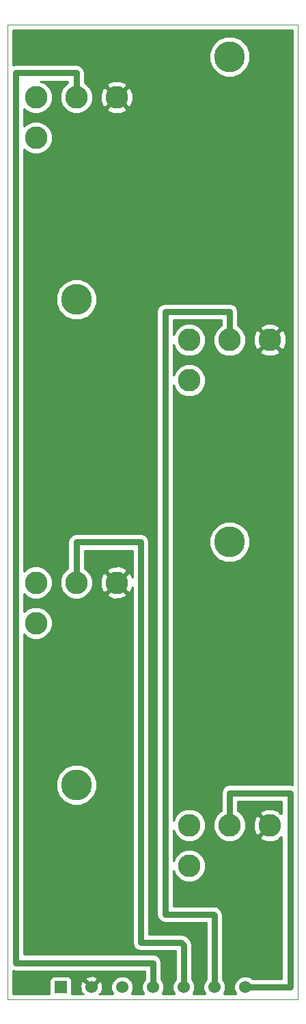
<source format=gbl>
G04 (created by PCBNEW (2013-07-07 BZR 4022)-stable) date 10/26/2015 6:46:51 PM*
%MOIN*%
G04 Gerber Fmt 3.4, Leading zero omitted, Abs format*
%FSLAX34Y34*%
G01*
G70*
G90*
G04 APERTURE LIST*
%ADD10C,0.00590551*%
%ADD11C,0.00393701*%
%ADD12C,0.15*%
%ADD13C,0.110236*%
%ADD14R,0.06X0.06*%
%ADD15C,0.06*%
%ADD16C,0.0314961*%
%ADD17C,0.01*%
G04 APERTURE END LIST*
G54D10*
G54D11*
X74606Y-93110D02*
X74803Y-93110D01*
X74606Y-45669D02*
X74606Y-93110D01*
X74803Y-45669D02*
X74606Y-45669D01*
X74803Y-45669D02*
X88582Y-45669D01*
X88779Y-93110D02*
X88582Y-93110D01*
X88779Y-45669D02*
X88779Y-93110D01*
X88582Y-45669D02*
X88779Y-45669D01*
X74803Y-93110D02*
X88582Y-93110D01*
G54D12*
X85433Y-70866D03*
X77952Y-59055D03*
X77952Y-82677D03*
X85433Y-47244D03*
G54D13*
X77952Y-49212D03*
X79921Y-49212D03*
X75984Y-49212D03*
X75984Y-51181D03*
X77952Y-72834D03*
X79921Y-72834D03*
X75984Y-72834D03*
X75984Y-74803D03*
X85433Y-61023D03*
X87401Y-61023D03*
X83464Y-61023D03*
X83464Y-62992D03*
X85433Y-84645D03*
X87401Y-84645D03*
X83464Y-84645D03*
X83464Y-86614D03*
G54D14*
X77192Y-92519D03*
G54D15*
X78692Y-92519D03*
X80192Y-92519D03*
X81692Y-92519D03*
X83192Y-92519D03*
X84692Y-92519D03*
X86192Y-92519D03*
G54D16*
X77952Y-49212D02*
X77952Y-48031D01*
X81692Y-91338D02*
X81692Y-92519D01*
X75000Y-91338D02*
X81692Y-91338D01*
X75000Y-48031D02*
X75000Y-91338D01*
X77952Y-48031D02*
X75000Y-48031D01*
X85433Y-61023D02*
X85433Y-59645D01*
X84692Y-89023D02*
X84692Y-92519D01*
X84645Y-88976D02*
X84692Y-89023D01*
X82283Y-88976D02*
X84645Y-88976D01*
X82283Y-59645D02*
X82283Y-88976D01*
X85433Y-59645D02*
X82283Y-59645D01*
X77952Y-72834D02*
X77952Y-70866D01*
X83192Y-90476D02*
X83192Y-92519D01*
X83070Y-90354D02*
X83192Y-90476D01*
X81102Y-90354D02*
X83070Y-90354D01*
X81102Y-70866D02*
X81102Y-90354D01*
X77952Y-70866D02*
X81102Y-70866D01*
X85433Y-84645D02*
X85433Y-83070D01*
X88385Y-92519D02*
X86192Y-92519D01*
X88385Y-83070D02*
X88385Y-92519D01*
X85433Y-83070D02*
X88385Y-83070D01*
G54D10*
G36*
X81285Y-92149D02*
X81226Y-92207D01*
X81143Y-92409D01*
X81142Y-92628D01*
X81226Y-92830D01*
X81236Y-92840D01*
X80649Y-92840D01*
X80658Y-92831D01*
X80742Y-92629D01*
X80743Y-92410D01*
X80659Y-92208D01*
X80504Y-92053D01*
X80302Y-91969D01*
X80083Y-91969D01*
X79881Y-92053D01*
X79726Y-92207D01*
X79643Y-92409D01*
X79642Y-92628D01*
X79726Y-92830D01*
X79736Y-92840D01*
X79247Y-92840D01*
X79084Y-92840D01*
X79078Y-92834D01*
X79174Y-92807D01*
X79247Y-92601D01*
X79236Y-92382D01*
X79174Y-92231D01*
X79078Y-92204D01*
X79008Y-92275D01*
X79008Y-92133D01*
X78980Y-92038D01*
X78774Y-91964D01*
X78556Y-91975D01*
X78405Y-92038D01*
X78377Y-92133D01*
X78692Y-92448D01*
X79008Y-92133D01*
X79008Y-92275D01*
X78763Y-92519D01*
X78769Y-92525D01*
X78698Y-92595D01*
X78692Y-92590D01*
X78687Y-92595D01*
X78622Y-92530D01*
X78616Y-92525D01*
X78622Y-92519D01*
X78307Y-92204D01*
X78211Y-92231D01*
X78138Y-92437D01*
X78149Y-92656D01*
X78211Y-92807D01*
X78307Y-92834D01*
X78301Y-92840D01*
X77742Y-92840D01*
X77742Y-92770D01*
X77742Y-92170D01*
X77704Y-92078D01*
X77634Y-92007D01*
X77542Y-91969D01*
X77443Y-91969D01*
X76843Y-91969D01*
X76751Y-92007D01*
X76681Y-92077D01*
X76642Y-92169D01*
X76642Y-92269D01*
X76642Y-92840D01*
X74875Y-92840D01*
X74875Y-91721D01*
X75000Y-91746D01*
X81285Y-91746D01*
X81285Y-92149D01*
X81285Y-92149D01*
G37*
G54D17*
X81285Y-92149D02*
X81226Y-92207D01*
X81143Y-92409D01*
X81142Y-92628D01*
X81226Y-92830D01*
X81236Y-92840D01*
X80649Y-92840D01*
X80658Y-92831D01*
X80742Y-92629D01*
X80743Y-92410D01*
X80659Y-92208D01*
X80504Y-92053D01*
X80302Y-91969D01*
X80083Y-91969D01*
X79881Y-92053D01*
X79726Y-92207D01*
X79643Y-92409D01*
X79642Y-92628D01*
X79726Y-92830D01*
X79736Y-92840D01*
X79247Y-92840D01*
X79084Y-92840D01*
X79078Y-92834D01*
X79174Y-92807D01*
X79247Y-92601D01*
X79236Y-92382D01*
X79174Y-92231D01*
X79078Y-92204D01*
X79008Y-92275D01*
X79008Y-92133D01*
X78980Y-92038D01*
X78774Y-91964D01*
X78556Y-91975D01*
X78405Y-92038D01*
X78377Y-92133D01*
X78692Y-92448D01*
X79008Y-92133D01*
X79008Y-92275D01*
X78763Y-92519D01*
X78769Y-92525D01*
X78698Y-92595D01*
X78692Y-92590D01*
X78687Y-92595D01*
X78622Y-92530D01*
X78616Y-92525D01*
X78622Y-92519D01*
X78307Y-92204D01*
X78211Y-92231D01*
X78138Y-92437D01*
X78149Y-92656D01*
X78211Y-92807D01*
X78307Y-92834D01*
X78301Y-92840D01*
X77742Y-92840D01*
X77742Y-92770D01*
X77742Y-92170D01*
X77704Y-92078D01*
X77634Y-92007D01*
X77542Y-91969D01*
X77443Y-91969D01*
X76843Y-91969D01*
X76751Y-92007D01*
X76681Y-92077D01*
X76642Y-92169D01*
X76642Y-92269D01*
X76642Y-92840D01*
X74875Y-92840D01*
X74875Y-91721D01*
X75000Y-91746D01*
X81285Y-91746D01*
X81285Y-92149D01*
G54D10*
G36*
X88509Y-82688D02*
X88385Y-82663D01*
X88206Y-82663D01*
X88206Y-61165D01*
X88199Y-60846D01*
X88090Y-60584D01*
X87969Y-60526D01*
X87898Y-60597D01*
X87898Y-60456D01*
X87840Y-60334D01*
X87543Y-60219D01*
X87224Y-60226D01*
X86962Y-60334D01*
X86904Y-60456D01*
X87401Y-60952D01*
X87898Y-60456D01*
X87898Y-60597D01*
X87472Y-61023D01*
X87969Y-61520D01*
X88090Y-61462D01*
X88206Y-61165D01*
X88206Y-82663D01*
X87898Y-82663D01*
X87898Y-61591D01*
X87401Y-61094D01*
X87330Y-61165D01*
X87330Y-61023D01*
X86833Y-60526D01*
X86712Y-60584D01*
X86597Y-60881D01*
X86604Y-61200D01*
X86712Y-61462D01*
X86833Y-61520D01*
X87330Y-61023D01*
X87330Y-61165D01*
X86904Y-61591D01*
X86962Y-61712D01*
X87259Y-61828D01*
X87578Y-61821D01*
X87840Y-61712D01*
X87898Y-61591D01*
X87898Y-82663D01*
X86433Y-82663D01*
X86433Y-70668D01*
X86433Y-47046D01*
X86281Y-46678D01*
X86000Y-46396D01*
X85632Y-46244D01*
X85235Y-46243D01*
X84867Y-46395D01*
X84585Y-46676D01*
X84433Y-47044D01*
X84432Y-47442D01*
X84584Y-47809D01*
X84865Y-48091D01*
X85233Y-48243D01*
X85631Y-48244D01*
X85998Y-48092D01*
X86280Y-47811D01*
X86432Y-47443D01*
X86433Y-47046D01*
X86433Y-70668D01*
X86281Y-70300D01*
X86000Y-70018D01*
X85632Y-69866D01*
X85235Y-69865D01*
X84867Y-70017D01*
X84585Y-70298D01*
X84433Y-70666D01*
X84432Y-71064D01*
X84584Y-71431D01*
X84865Y-71713D01*
X85233Y-71865D01*
X85631Y-71866D01*
X85998Y-71714D01*
X86280Y-71433D01*
X86432Y-71065D01*
X86433Y-70668D01*
X86433Y-82663D01*
X85433Y-82663D01*
X85277Y-82694D01*
X85144Y-82782D01*
X85056Y-82914D01*
X85025Y-83070D01*
X85025Y-83947D01*
X84979Y-83966D01*
X84754Y-84191D01*
X84632Y-84485D01*
X84631Y-84804D01*
X84753Y-85098D01*
X84978Y-85324D01*
X85273Y-85446D01*
X85591Y-85446D01*
X85886Y-85325D01*
X86111Y-85100D01*
X86234Y-84805D01*
X86234Y-84487D01*
X86112Y-84192D01*
X85887Y-83966D01*
X85840Y-83947D01*
X85840Y-83478D01*
X87978Y-83478D01*
X87978Y-84068D01*
X87943Y-84033D01*
X87898Y-84078D01*
X87840Y-83956D01*
X87543Y-83841D01*
X87224Y-83848D01*
X86962Y-83956D01*
X86904Y-84078D01*
X87401Y-84574D01*
X87407Y-84569D01*
X87477Y-84640D01*
X87472Y-84645D01*
X87477Y-84651D01*
X87407Y-84721D01*
X87401Y-84716D01*
X87330Y-84787D01*
X87330Y-84645D01*
X86833Y-84148D01*
X86712Y-84206D01*
X86597Y-84503D01*
X86604Y-84822D01*
X86712Y-85084D01*
X86833Y-85142D01*
X87330Y-84645D01*
X87330Y-84787D01*
X86904Y-85213D01*
X86962Y-85334D01*
X87259Y-85450D01*
X87578Y-85443D01*
X87840Y-85334D01*
X87898Y-85213D01*
X87898Y-85213D01*
X87943Y-85257D01*
X87978Y-85222D01*
X87978Y-92112D01*
X87898Y-92112D01*
X86563Y-92112D01*
X86504Y-92053D01*
X86302Y-91969D01*
X86083Y-91969D01*
X85881Y-92053D01*
X85726Y-92207D01*
X85643Y-92409D01*
X85642Y-92628D01*
X85726Y-92830D01*
X85736Y-92840D01*
X85149Y-92840D01*
X85158Y-92831D01*
X85242Y-92629D01*
X85243Y-92410D01*
X85159Y-92208D01*
X85100Y-92149D01*
X85100Y-89023D01*
X85069Y-88867D01*
X85069Y-88867D01*
X84981Y-88735D01*
X84981Y-88735D01*
X84933Y-88688D01*
X84801Y-88599D01*
X84645Y-88568D01*
X84645Y-88568D01*
X82690Y-88568D01*
X82690Y-86839D01*
X82784Y-87067D01*
X83010Y-87292D01*
X83304Y-87415D01*
X83623Y-87415D01*
X83917Y-87293D01*
X84143Y-87068D01*
X84265Y-86774D01*
X84265Y-86455D01*
X84144Y-86160D01*
X83918Y-85935D01*
X83624Y-85813D01*
X83305Y-85812D01*
X83011Y-85934D01*
X82785Y-86159D01*
X82690Y-86388D01*
X82690Y-84871D01*
X82784Y-85098D01*
X83010Y-85324D01*
X83304Y-85446D01*
X83623Y-85446D01*
X83917Y-85325D01*
X84143Y-85100D01*
X84265Y-84805D01*
X84265Y-84487D01*
X84144Y-84192D01*
X83918Y-83966D01*
X83624Y-83844D01*
X83305Y-83844D01*
X83011Y-83966D01*
X82785Y-84191D01*
X82690Y-84419D01*
X82690Y-63217D01*
X82784Y-63445D01*
X83010Y-63670D01*
X83304Y-63793D01*
X83623Y-63793D01*
X83917Y-63671D01*
X84143Y-63446D01*
X84265Y-63152D01*
X84265Y-62833D01*
X84144Y-62538D01*
X83918Y-62313D01*
X83624Y-62191D01*
X83305Y-62190D01*
X83011Y-62312D01*
X82785Y-62537D01*
X82690Y-62766D01*
X82690Y-61249D01*
X82784Y-61476D01*
X83010Y-61702D01*
X83304Y-61824D01*
X83623Y-61824D01*
X83917Y-61703D01*
X84143Y-61478D01*
X84265Y-61183D01*
X84265Y-60864D01*
X84144Y-60570D01*
X83918Y-60344D01*
X83624Y-60222D01*
X83305Y-60222D01*
X83011Y-60344D01*
X82785Y-60569D01*
X82690Y-60797D01*
X82690Y-60053D01*
X85025Y-60053D01*
X85025Y-60325D01*
X84979Y-60344D01*
X84754Y-60569D01*
X84632Y-60863D01*
X84631Y-61182D01*
X84753Y-61476D01*
X84978Y-61702D01*
X85273Y-61824D01*
X85591Y-61824D01*
X85886Y-61703D01*
X86111Y-61478D01*
X86234Y-61183D01*
X86234Y-60864D01*
X86112Y-60570D01*
X85887Y-60344D01*
X85840Y-60325D01*
X85840Y-59645D01*
X85809Y-59489D01*
X85721Y-59357D01*
X85589Y-59269D01*
X85433Y-59238D01*
X82283Y-59238D01*
X82127Y-59269D01*
X81995Y-59357D01*
X81907Y-59489D01*
X81875Y-59645D01*
X81875Y-88976D01*
X81907Y-89132D01*
X81995Y-89264D01*
X82127Y-89352D01*
X82283Y-89383D01*
X84285Y-89383D01*
X84285Y-92149D01*
X84226Y-92207D01*
X84143Y-92409D01*
X84142Y-92628D01*
X84226Y-92830D01*
X84236Y-92840D01*
X83649Y-92840D01*
X83658Y-92831D01*
X83742Y-92629D01*
X83743Y-92410D01*
X83659Y-92208D01*
X83600Y-92149D01*
X83600Y-90476D01*
X83600Y-90476D01*
X83600Y-90476D01*
X83569Y-90320D01*
X83569Y-90320D01*
X83533Y-90267D01*
X83481Y-90188D01*
X83481Y-90188D01*
X83358Y-90066D01*
X83226Y-89977D01*
X83070Y-89946D01*
X83070Y-89946D01*
X81509Y-89946D01*
X81509Y-70866D01*
X81478Y-70710D01*
X81390Y-70578D01*
X81258Y-70489D01*
X81102Y-70458D01*
X80725Y-70458D01*
X80725Y-49354D01*
X80718Y-49035D01*
X80610Y-48773D01*
X80488Y-48715D01*
X80418Y-48786D01*
X80418Y-48644D01*
X80360Y-48523D01*
X80062Y-48408D01*
X79744Y-48415D01*
X79482Y-48523D01*
X79424Y-48644D01*
X79921Y-49141D01*
X80418Y-48644D01*
X80418Y-48786D01*
X79991Y-49212D01*
X80488Y-49709D01*
X80610Y-49651D01*
X80725Y-49354D01*
X80725Y-70458D01*
X80418Y-70458D01*
X80418Y-49780D01*
X79921Y-49283D01*
X79850Y-49354D01*
X79850Y-49212D01*
X79353Y-48715D01*
X79232Y-48773D01*
X79116Y-49070D01*
X79123Y-49389D01*
X79232Y-49651D01*
X79353Y-49709D01*
X79850Y-49212D01*
X79850Y-49354D01*
X79424Y-49780D01*
X79482Y-49901D01*
X79779Y-50017D01*
X80098Y-50010D01*
X80360Y-49901D01*
X80418Y-49780D01*
X80418Y-70458D01*
X78952Y-70458D01*
X78952Y-58857D01*
X78801Y-58489D01*
X78519Y-58207D01*
X78152Y-58055D01*
X77754Y-58054D01*
X77387Y-58206D01*
X77105Y-58487D01*
X76952Y-58855D01*
X76952Y-59253D01*
X77104Y-59620D01*
X77385Y-59902D01*
X77752Y-60054D01*
X78150Y-60055D01*
X78518Y-59903D01*
X78800Y-59622D01*
X78952Y-59254D01*
X78952Y-58857D01*
X78952Y-70458D01*
X77952Y-70458D01*
X77796Y-70489D01*
X77664Y-70578D01*
X77576Y-70710D01*
X77545Y-70866D01*
X77545Y-72136D01*
X77499Y-72155D01*
X77273Y-72380D01*
X77151Y-72674D01*
X77151Y-72993D01*
X77273Y-73287D01*
X77498Y-73513D01*
X77792Y-73635D01*
X78111Y-73635D01*
X78405Y-73514D01*
X78631Y-73289D01*
X78753Y-72994D01*
X78754Y-72675D01*
X78632Y-72381D01*
X78407Y-72155D01*
X78360Y-72136D01*
X78360Y-71273D01*
X80694Y-71273D01*
X80694Y-72600D01*
X80610Y-72395D01*
X80488Y-72337D01*
X80418Y-72408D01*
X80418Y-72267D01*
X80360Y-72145D01*
X80062Y-72030D01*
X79744Y-72037D01*
X79482Y-72145D01*
X79424Y-72267D01*
X79921Y-72763D01*
X80418Y-72267D01*
X80418Y-72408D01*
X79991Y-72834D01*
X80488Y-73331D01*
X80610Y-73273D01*
X80694Y-73055D01*
X80694Y-90354D01*
X80725Y-90510D01*
X80814Y-90642D01*
X80946Y-90730D01*
X81102Y-90761D01*
X82785Y-90761D01*
X82785Y-92149D01*
X82726Y-92207D01*
X82643Y-92409D01*
X82642Y-92628D01*
X82726Y-92830D01*
X82736Y-92840D01*
X82149Y-92840D01*
X82158Y-92831D01*
X82242Y-92629D01*
X82243Y-92410D01*
X82159Y-92208D01*
X82100Y-92149D01*
X82100Y-91338D01*
X82069Y-91182D01*
X81981Y-91050D01*
X81848Y-90962D01*
X81692Y-90931D01*
X80418Y-90931D01*
X80418Y-73402D01*
X79921Y-72905D01*
X79850Y-72976D01*
X79850Y-72834D01*
X79353Y-72337D01*
X79232Y-72395D01*
X79116Y-72692D01*
X79123Y-73011D01*
X79232Y-73273D01*
X79353Y-73331D01*
X79850Y-72834D01*
X79850Y-72976D01*
X79424Y-73402D01*
X79482Y-73523D01*
X79779Y-73639D01*
X80098Y-73632D01*
X80360Y-73523D01*
X80418Y-73402D01*
X80418Y-90931D01*
X78952Y-90931D01*
X78952Y-82479D01*
X78801Y-82111D01*
X78519Y-81829D01*
X78152Y-81677D01*
X77754Y-81676D01*
X77387Y-81828D01*
X77105Y-82109D01*
X76952Y-82477D01*
X76952Y-82875D01*
X77104Y-83242D01*
X77385Y-83524D01*
X77752Y-83676D01*
X78150Y-83677D01*
X78518Y-83525D01*
X78800Y-83244D01*
X78952Y-82876D01*
X78952Y-82479D01*
X78952Y-90931D01*
X75407Y-90931D01*
X75407Y-75359D01*
X75529Y-75481D01*
X75824Y-75604D01*
X76142Y-75604D01*
X76437Y-75482D01*
X76663Y-75257D01*
X76785Y-74963D01*
X76785Y-74644D01*
X76663Y-74349D01*
X76438Y-74124D01*
X76144Y-74002D01*
X75825Y-74001D01*
X75531Y-74123D01*
X75407Y-74246D01*
X75407Y-73390D01*
X75529Y-73513D01*
X75824Y-73635D01*
X76142Y-73635D01*
X76437Y-73514D01*
X76663Y-73289D01*
X76785Y-72994D01*
X76785Y-72675D01*
X76663Y-72381D01*
X76438Y-72155D01*
X76144Y-72033D01*
X75825Y-72033D01*
X75531Y-72155D01*
X75407Y-72278D01*
X75407Y-51737D01*
X75529Y-51859D01*
X75824Y-51982D01*
X76142Y-51982D01*
X76437Y-51860D01*
X76663Y-51635D01*
X76785Y-51341D01*
X76785Y-51022D01*
X76663Y-50727D01*
X76438Y-50502D01*
X76144Y-50380D01*
X75825Y-50379D01*
X75531Y-50501D01*
X75407Y-50624D01*
X75407Y-49768D01*
X75529Y-49891D01*
X75824Y-50013D01*
X76142Y-50013D01*
X76437Y-49892D01*
X76663Y-49667D01*
X76785Y-49372D01*
X76785Y-49053D01*
X76663Y-48759D01*
X76438Y-48533D01*
X76210Y-48438D01*
X77545Y-48438D01*
X77545Y-48514D01*
X77499Y-48532D01*
X77273Y-48758D01*
X77151Y-49052D01*
X77151Y-49371D01*
X77273Y-49665D01*
X77498Y-49891D01*
X77792Y-50013D01*
X78111Y-50013D01*
X78405Y-49892D01*
X78631Y-49667D01*
X78753Y-49372D01*
X78754Y-49053D01*
X78632Y-48759D01*
X78407Y-48533D01*
X78360Y-48514D01*
X78360Y-48031D01*
X78329Y-47875D01*
X78240Y-47743D01*
X78108Y-47655D01*
X77952Y-47624D01*
X75000Y-47624D01*
X74875Y-47648D01*
X74875Y-45938D01*
X88509Y-45938D01*
X88509Y-82688D01*
X88509Y-82688D01*
G37*
G54D17*
X88509Y-82688D02*
X88385Y-82663D01*
X88206Y-82663D01*
X88206Y-61165D01*
X88199Y-60846D01*
X88090Y-60584D01*
X87969Y-60526D01*
X87898Y-60597D01*
X87898Y-60456D01*
X87840Y-60334D01*
X87543Y-60219D01*
X87224Y-60226D01*
X86962Y-60334D01*
X86904Y-60456D01*
X87401Y-60952D01*
X87898Y-60456D01*
X87898Y-60597D01*
X87472Y-61023D01*
X87969Y-61520D01*
X88090Y-61462D01*
X88206Y-61165D01*
X88206Y-82663D01*
X87898Y-82663D01*
X87898Y-61591D01*
X87401Y-61094D01*
X87330Y-61165D01*
X87330Y-61023D01*
X86833Y-60526D01*
X86712Y-60584D01*
X86597Y-60881D01*
X86604Y-61200D01*
X86712Y-61462D01*
X86833Y-61520D01*
X87330Y-61023D01*
X87330Y-61165D01*
X86904Y-61591D01*
X86962Y-61712D01*
X87259Y-61828D01*
X87578Y-61821D01*
X87840Y-61712D01*
X87898Y-61591D01*
X87898Y-82663D01*
X86433Y-82663D01*
X86433Y-70668D01*
X86433Y-47046D01*
X86281Y-46678D01*
X86000Y-46396D01*
X85632Y-46244D01*
X85235Y-46243D01*
X84867Y-46395D01*
X84585Y-46676D01*
X84433Y-47044D01*
X84432Y-47442D01*
X84584Y-47809D01*
X84865Y-48091D01*
X85233Y-48243D01*
X85631Y-48244D01*
X85998Y-48092D01*
X86280Y-47811D01*
X86432Y-47443D01*
X86433Y-47046D01*
X86433Y-70668D01*
X86281Y-70300D01*
X86000Y-70018D01*
X85632Y-69866D01*
X85235Y-69865D01*
X84867Y-70017D01*
X84585Y-70298D01*
X84433Y-70666D01*
X84432Y-71064D01*
X84584Y-71431D01*
X84865Y-71713D01*
X85233Y-71865D01*
X85631Y-71866D01*
X85998Y-71714D01*
X86280Y-71433D01*
X86432Y-71065D01*
X86433Y-70668D01*
X86433Y-82663D01*
X85433Y-82663D01*
X85277Y-82694D01*
X85144Y-82782D01*
X85056Y-82914D01*
X85025Y-83070D01*
X85025Y-83947D01*
X84979Y-83966D01*
X84754Y-84191D01*
X84632Y-84485D01*
X84631Y-84804D01*
X84753Y-85098D01*
X84978Y-85324D01*
X85273Y-85446D01*
X85591Y-85446D01*
X85886Y-85325D01*
X86111Y-85100D01*
X86234Y-84805D01*
X86234Y-84487D01*
X86112Y-84192D01*
X85887Y-83966D01*
X85840Y-83947D01*
X85840Y-83478D01*
X87978Y-83478D01*
X87978Y-84068D01*
X87943Y-84033D01*
X87898Y-84078D01*
X87840Y-83956D01*
X87543Y-83841D01*
X87224Y-83848D01*
X86962Y-83956D01*
X86904Y-84078D01*
X87401Y-84574D01*
X87407Y-84569D01*
X87477Y-84640D01*
X87472Y-84645D01*
X87477Y-84651D01*
X87407Y-84721D01*
X87401Y-84716D01*
X87330Y-84787D01*
X87330Y-84645D01*
X86833Y-84148D01*
X86712Y-84206D01*
X86597Y-84503D01*
X86604Y-84822D01*
X86712Y-85084D01*
X86833Y-85142D01*
X87330Y-84645D01*
X87330Y-84787D01*
X86904Y-85213D01*
X86962Y-85334D01*
X87259Y-85450D01*
X87578Y-85443D01*
X87840Y-85334D01*
X87898Y-85213D01*
X87898Y-85213D01*
X87943Y-85257D01*
X87978Y-85222D01*
X87978Y-92112D01*
X87898Y-92112D01*
X86563Y-92112D01*
X86504Y-92053D01*
X86302Y-91969D01*
X86083Y-91969D01*
X85881Y-92053D01*
X85726Y-92207D01*
X85643Y-92409D01*
X85642Y-92628D01*
X85726Y-92830D01*
X85736Y-92840D01*
X85149Y-92840D01*
X85158Y-92831D01*
X85242Y-92629D01*
X85243Y-92410D01*
X85159Y-92208D01*
X85100Y-92149D01*
X85100Y-89023D01*
X85069Y-88867D01*
X85069Y-88867D01*
X84981Y-88735D01*
X84981Y-88735D01*
X84933Y-88688D01*
X84801Y-88599D01*
X84645Y-88568D01*
X84645Y-88568D01*
X82690Y-88568D01*
X82690Y-86839D01*
X82784Y-87067D01*
X83010Y-87292D01*
X83304Y-87415D01*
X83623Y-87415D01*
X83917Y-87293D01*
X84143Y-87068D01*
X84265Y-86774D01*
X84265Y-86455D01*
X84144Y-86160D01*
X83918Y-85935D01*
X83624Y-85813D01*
X83305Y-85812D01*
X83011Y-85934D01*
X82785Y-86159D01*
X82690Y-86388D01*
X82690Y-84871D01*
X82784Y-85098D01*
X83010Y-85324D01*
X83304Y-85446D01*
X83623Y-85446D01*
X83917Y-85325D01*
X84143Y-85100D01*
X84265Y-84805D01*
X84265Y-84487D01*
X84144Y-84192D01*
X83918Y-83966D01*
X83624Y-83844D01*
X83305Y-83844D01*
X83011Y-83966D01*
X82785Y-84191D01*
X82690Y-84419D01*
X82690Y-63217D01*
X82784Y-63445D01*
X83010Y-63670D01*
X83304Y-63793D01*
X83623Y-63793D01*
X83917Y-63671D01*
X84143Y-63446D01*
X84265Y-63152D01*
X84265Y-62833D01*
X84144Y-62538D01*
X83918Y-62313D01*
X83624Y-62191D01*
X83305Y-62190D01*
X83011Y-62312D01*
X82785Y-62537D01*
X82690Y-62766D01*
X82690Y-61249D01*
X82784Y-61476D01*
X83010Y-61702D01*
X83304Y-61824D01*
X83623Y-61824D01*
X83917Y-61703D01*
X84143Y-61478D01*
X84265Y-61183D01*
X84265Y-60864D01*
X84144Y-60570D01*
X83918Y-60344D01*
X83624Y-60222D01*
X83305Y-60222D01*
X83011Y-60344D01*
X82785Y-60569D01*
X82690Y-60797D01*
X82690Y-60053D01*
X85025Y-60053D01*
X85025Y-60325D01*
X84979Y-60344D01*
X84754Y-60569D01*
X84632Y-60863D01*
X84631Y-61182D01*
X84753Y-61476D01*
X84978Y-61702D01*
X85273Y-61824D01*
X85591Y-61824D01*
X85886Y-61703D01*
X86111Y-61478D01*
X86234Y-61183D01*
X86234Y-60864D01*
X86112Y-60570D01*
X85887Y-60344D01*
X85840Y-60325D01*
X85840Y-59645D01*
X85809Y-59489D01*
X85721Y-59357D01*
X85589Y-59269D01*
X85433Y-59238D01*
X82283Y-59238D01*
X82127Y-59269D01*
X81995Y-59357D01*
X81907Y-59489D01*
X81875Y-59645D01*
X81875Y-88976D01*
X81907Y-89132D01*
X81995Y-89264D01*
X82127Y-89352D01*
X82283Y-89383D01*
X84285Y-89383D01*
X84285Y-92149D01*
X84226Y-92207D01*
X84143Y-92409D01*
X84142Y-92628D01*
X84226Y-92830D01*
X84236Y-92840D01*
X83649Y-92840D01*
X83658Y-92831D01*
X83742Y-92629D01*
X83743Y-92410D01*
X83659Y-92208D01*
X83600Y-92149D01*
X83600Y-90476D01*
X83600Y-90476D01*
X83600Y-90476D01*
X83569Y-90320D01*
X83569Y-90320D01*
X83533Y-90267D01*
X83481Y-90188D01*
X83481Y-90188D01*
X83358Y-90066D01*
X83226Y-89977D01*
X83070Y-89946D01*
X83070Y-89946D01*
X81509Y-89946D01*
X81509Y-70866D01*
X81478Y-70710D01*
X81390Y-70578D01*
X81258Y-70489D01*
X81102Y-70458D01*
X80725Y-70458D01*
X80725Y-49354D01*
X80718Y-49035D01*
X80610Y-48773D01*
X80488Y-48715D01*
X80418Y-48786D01*
X80418Y-48644D01*
X80360Y-48523D01*
X80062Y-48408D01*
X79744Y-48415D01*
X79482Y-48523D01*
X79424Y-48644D01*
X79921Y-49141D01*
X80418Y-48644D01*
X80418Y-48786D01*
X79991Y-49212D01*
X80488Y-49709D01*
X80610Y-49651D01*
X80725Y-49354D01*
X80725Y-70458D01*
X80418Y-70458D01*
X80418Y-49780D01*
X79921Y-49283D01*
X79850Y-49354D01*
X79850Y-49212D01*
X79353Y-48715D01*
X79232Y-48773D01*
X79116Y-49070D01*
X79123Y-49389D01*
X79232Y-49651D01*
X79353Y-49709D01*
X79850Y-49212D01*
X79850Y-49354D01*
X79424Y-49780D01*
X79482Y-49901D01*
X79779Y-50017D01*
X80098Y-50010D01*
X80360Y-49901D01*
X80418Y-49780D01*
X80418Y-70458D01*
X78952Y-70458D01*
X78952Y-58857D01*
X78801Y-58489D01*
X78519Y-58207D01*
X78152Y-58055D01*
X77754Y-58054D01*
X77387Y-58206D01*
X77105Y-58487D01*
X76952Y-58855D01*
X76952Y-59253D01*
X77104Y-59620D01*
X77385Y-59902D01*
X77752Y-60054D01*
X78150Y-60055D01*
X78518Y-59903D01*
X78800Y-59622D01*
X78952Y-59254D01*
X78952Y-58857D01*
X78952Y-70458D01*
X77952Y-70458D01*
X77796Y-70489D01*
X77664Y-70578D01*
X77576Y-70710D01*
X77545Y-70866D01*
X77545Y-72136D01*
X77499Y-72155D01*
X77273Y-72380D01*
X77151Y-72674D01*
X77151Y-72993D01*
X77273Y-73287D01*
X77498Y-73513D01*
X77792Y-73635D01*
X78111Y-73635D01*
X78405Y-73514D01*
X78631Y-73289D01*
X78753Y-72994D01*
X78754Y-72675D01*
X78632Y-72381D01*
X78407Y-72155D01*
X78360Y-72136D01*
X78360Y-71273D01*
X80694Y-71273D01*
X80694Y-72600D01*
X80610Y-72395D01*
X80488Y-72337D01*
X80418Y-72408D01*
X80418Y-72267D01*
X80360Y-72145D01*
X80062Y-72030D01*
X79744Y-72037D01*
X79482Y-72145D01*
X79424Y-72267D01*
X79921Y-72763D01*
X80418Y-72267D01*
X80418Y-72408D01*
X79991Y-72834D01*
X80488Y-73331D01*
X80610Y-73273D01*
X80694Y-73055D01*
X80694Y-90354D01*
X80725Y-90510D01*
X80814Y-90642D01*
X80946Y-90730D01*
X81102Y-90761D01*
X82785Y-90761D01*
X82785Y-92149D01*
X82726Y-92207D01*
X82643Y-92409D01*
X82642Y-92628D01*
X82726Y-92830D01*
X82736Y-92840D01*
X82149Y-92840D01*
X82158Y-92831D01*
X82242Y-92629D01*
X82243Y-92410D01*
X82159Y-92208D01*
X82100Y-92149D01*
X82100Y-91338D01*
X82069Y-91182D01*
X81981Y-91050D01*
X81848Y-90962D01*
X81692Y-90931D01*
X80418Y-90931D01*
X80418Y-73402D01*
X79921Y-72905D01*
X79850Y-72976D01*
X79850Y-72834D01*
X79353Y-72337D01*
X79232Y-72395D01*
X79116Y-72692D01*
X79123Y-73011D01*
X79232Y-73273D01*
X79353Y-73331D01*
X79850Y-72834D01*
X79850Y-72976D01*
X79424Y-73402D01*
X79482Y-73523D01*
X79779Y-73639D01*
X80098Y-73632D01*
X80360Y-73523D01*
X80418Y-73402D01*
X80418Y-90931D01*
X78952Y-90931D01*
X78952Y-82479D01*
X78801Y-82111D01*
X78519Y-81829D01*
X78152Y-81677D01*
X77754Y-81676D01*
X77387Y-81828D01*
X77105Y-82109D01*
X76952Y-82477D01*
X76952Y-82875D01*
X77104Y-83242D01*
X77385Y-83524D01*
X77752Y-83676D01*
X78150Y-83677D01*
X78518Y-83525D01*
X78800Y-83244D01*
X78952Y-82876D01*
X78952Y-82479D01*
X78952Y-90931D01*
X75407Y-90931D01*
X75407Y-75359D01*
X75529Y-75481D01*
X75824Y-75604D01*
X76142Y-75604D01*
X76437Y-75482D01*
X76663Y-75257D01*
X76785Y-74963D01*
X76785Y-74644D01*
X76663Y-74349D01*
X76438Y-74124D01*
X76144Y-74002D01*
X75825Y-74001D01*
X75531Y-74123D01*
X75407Y-74246D01*
X75407Y-73390D01*
X75529Y-73513D01*
X75824Y-73635D01*
X76142Y-73635D01*
X76437Y-73514D01*
X76663Y-73289D01*
X76785Y-72994D01*
X76785Y-72675D01*
X76663Y-72381D01*
X76438Y-72155D01*
X76144Y-72033D01*
X75825Y-72033D01*
X75531Y-72155D01*
X75407Y-72278D01*
X75407Y-51737D01*
X75529Y-51859D01*
X75824Y-51982D01*
X76142Y-51982D01*
X76437Y-51860D01*
X76663Y-51635D01*
X76785Y-51341D01*
X76785Y-51022D01*
X76663Y-50727D01*
X76438Y-50502D01*
X76144Y-50380D01*
X75825Y-50379D01*
X75531Y-50501D01*
X75407Y-50624D01*
X75407Y-49768D01*
X75529Y-49891D01*
X75824Y-50013D01*
X76142Y-50013D01*
X76437Y-49892D01*
X76663Y-49667D01*
X76785Y-49372D01*
X76785Y-49053D01*
X76663Y-48759D01*
X76438Y-48533D01*
X76210Y-48438D01*
X77545Y-48438D01*
X77545Y-48514D01*
X77499Y-48532D01*
X77273Y-48758D01*
X77151Y-49052D01*
X77151Y-49371D01*
X77273Y-49665D01*
X77498Y-49891D01*
X77792Y-50013D01*
X78111Y-50013D01*
X78405Y-49892D01*
X78631Y-49667D01*
X78753Y-49372D01*
X78754Y-49053D01*
X78632Y-48759D01*
X78407Y-48533D01*
X78360Y-48514D01*
X78360Y-48031D01*
X78329Y-47875D01*
X78240Y-47743D01*
X78108Y-47655D01*
X77952Y-47624D01*
X75000Y-47624D01*
X74875Y-47648D01*
X74875Y-45938D01*
X88509Y-45938D01*
X88509Y-82688D01*
M02*

</source>
